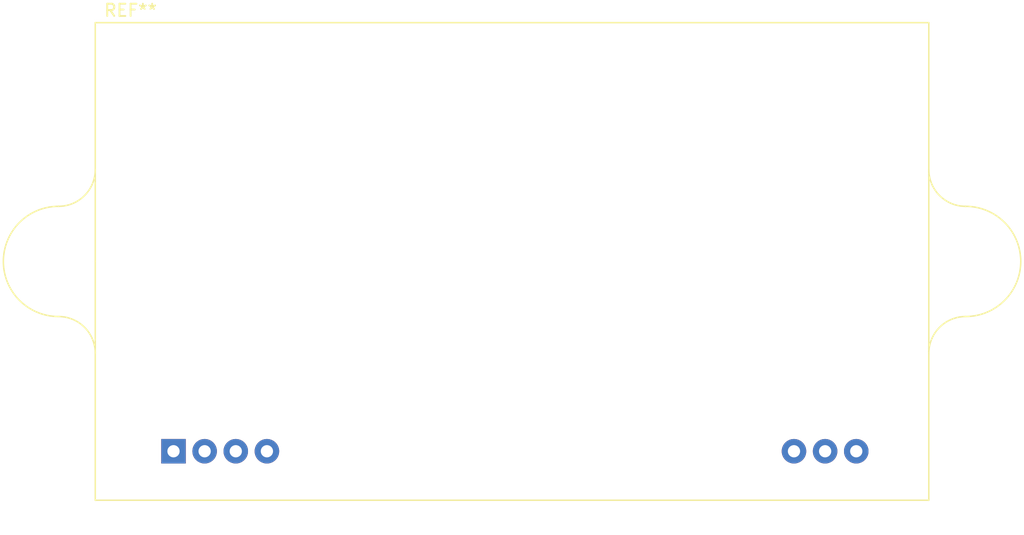
<source format=kicad_pcb>
(kicad_pcb (version 20241229) (generator "pcbnew") (generator_version "9.0")
  (layers (0 "F.Cu" signal) (2 "B.Cu" signal) (13 "F.Paste" user) (15 "B.Paste" user) (5 "F.SilkS" user "F.Silkscreen") (7 "B.SilkS" user "B.Silkscreen") (1 "F.Mask" user) (3 "B.Mask" user) (25 "Edge.Cuts" user))
  (net 0 "")
  (footprint "Audio_Module:Reverb_BTDR-1H" (layer "F.Cu") (at 72.5 89.5)
    (property "Reference" "REF**" (at -3.5 -36 0) (layer "F.SilkS"))
    (property "Value" "Reverb_BTDR-1H")
    (fp_line (start -6.38 -35) (end 61.62 -35) (stroke (width 0.12)) (layer "F.SilkS"))
    (fp_line (start -6.38 -15.5) (end -6.38 -35) (stroke (width 0.12)) (layer "F.SilkS"))
    (fp_line (start -6.38 -15.5) (end -6.38 4) (stroke (width 0.12)) (layer "F.SilkS"))
    (fp_line (start -6.38 4) (end 61.62 4) (stroke (width 0.12)) (layer "F.SilkS"))
    (fp_line (start 61.62 -35) (end 61.62 4) (stroke (width 0.12)) (layer "F.SilkS"))
    (fp_arc (start -9.38 -11) (mid -13.88 -15.5) (end -9.38 -20) (stroke (width 0.12)) (layer "F.SilkS"))
    (fp_arc (start -9.38 -11) (mid -7.25868 -10.12132) (end -6.38 -8) (stroke (width 0.12)) (layer "F.SilkS"))
    (fp_arc (start -6.38 -23) (mid -7.25868 -20.87868) (end -9.38 -20) (stroke (width 0.12)) (layer "F.SilkS"))
    (fp_arc (start 61.62 -8) (mid 62.49868 -10.12132) (end 64.62 -11) (stroke (width 0.12)) (layer "F.SilkS"))
    (fp_arc (start 64.62 -20) (mid 62.49868 -20.87868) (end 61.62 -23) (stroke (width 0.12)) (layer "F.SilkS"))
    (fp_arc (start 64.62 -20) (mid 69.12 -15.5) (end 64.62 -11) (stroke (width 0.12)) (layer "F.SilkS"))
    (fp_circle (center -9.38 -15.5) (end -7.63 -15.5) (stroke (width 0.12)) (fill no) (layer "F.SilkS"))
    (fp_circle (center 64.62 -15.5) (end 66.37 -15.5) (stroke (width 0.12)) (fill no) (layer "F.SilkS"))
    (pad "" np_thru_hole circle (at -9.38 -15.5) (size 3.7 3.7) (drill 3.7) (layers "*.Cu" "*.Mask"))
    (pad "" np_thru_hole circle (at 64.62 -15.5) (size 3.7 3.7) (drill 3.7) (layers "*.Cu" "*.Mask"))
    (pad "1" thru_hole rect (at 0 0) (size 2 2) (drill 1) (layers "*.Cu" "*.Mask"))
    (pad "2" thru_hole circle (at 2.54 0) (size 2 2) (drill 1) (layers "*.Cu" "*.Mask"))
    (pad "3" thru_hole circle (at 5.08 0) (size 2 2) (drill 1) (layers "*.Cu" "*.Mask"))
    (pad "4" thru_hole circle (at 7.62 0) (size 2 2) (drill 1) (layers "*.Cu" "*.Mask"))
    (pad "5" thru_hole circle (at 50.62 0) (size 2 2) (drill 1) (layers "*.Cu" "*.Mask"))
    (pad "6" thru_hole circle (at 53.16 0) (size 2 2) (drill 1) (layers "*.Cu" "*.Mask"))
    (pad "7" thru_hole circle (at 55.7 0) (size 2 2) (drill 1) (layers "*.Cu" "*.Mask"))
  )
)
</source>
